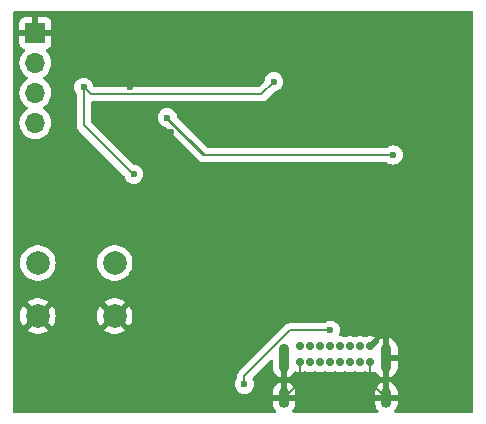
<source format=gbr>
%TF.GenerationSoftware,KiCad,Pcbnew,8.0.5*%
%TF.CreationDate,2025-10-28T17:55:05-05:00*%
%TF.ProjectId,Microcontroller,4d696372-6f63-46f6-9e74-726f6c6c6572,rev?*%
%TF.SameCoordinates,Original*%
%TF.FileFunction,Copper,L2,Bot*%
%TF.FilePolarity,Positive*%
%FSLAX46Y46*%
G04 Gerber Fmt 4.6, Leading zero omitted, Abs format (unit mm)*
G04 Created by KiCad (PCBNEW 8.0.5) date 2025-10-28 17:55:05*
%MOMM*%
%LPD*%
G01*
G04 APERTURE LIST*
%TA.AperFunction,ComponentPad*%
%ADD10C,2.000000*%
%TD*%
%TA.AperFunction,ComponentPad*%
%ADD11C,0.700000*%
%TD*%
%TA.AperFunction,ComponentPad*%
%ADD12O,0.900000X2.400000*%
%TD*%
%TA.AperFunction,ComponentPad*%
%ADD13O,0.900000X1.700000*%
%TD*%
%TA.AperFunction,ComponentPad*%
%ADD14R,1.700000X1.700000*%
%TD*%
%TA.AperFunction,ComponentPad*%
%ADD15O,1.700000X1.700000*%
%TD*%
%TA.AperFunction,ViaPad*%
%ADD16C,0.600000*%
%TD*%
%TA.AperFunction,Conductor*%
%ADD17C,0.200000*%
%TD*%
G04 APERTURE END LIST*
D10*
%TO.P,SW1,1,A*%
%TO.N,NRST*%
X81130000Y-126810000D03*
X87630000Y-126810000D03*
%TO.P,SW1,2,B*%
%TO.N,GND*%
X81130000Y-131310000D03*
X87630000Y-131310000D03*
%TD*%
D11*
%TO.P,USBC1,A1,GND*%
%TO.N,GND*%
X103330000Y-133870000D03*
%TO.P,USBC1,A4,VBUS*%
%TO.N,+5V*%
X104180000Y-133870000D03*
%TO.P,USBC1,A5,CC1*%
%TO.N,Net-(USBC1-CC1)*%
X105030000Y-133870000D03*
%TO.P,USBC1,A6,D+*%
%TO.N,unconnected-(USBC1-D+-PadA6)*%
X105880000Y-133870000D03*
%TO.P,USBC1,A7,D-*%
%TO.N,unconnected-(USBC1-D--PadA7)*%
X106730000Y-133870000D03*
%TO.P,USBC1,A8*%
%TO.N,N/C*%
X107580000Y-133870000D03*
%TO.P,USBC1,A9,VBUS*%
%TO.N,+5V*%
X108430000Y-133870000D03*
%TO.P,USBC1,A12,GND*%
%TO.N,GND*%
X109280000Y-133870000D03*
%TO.P,USBC1,B1,GND*%
X109280000Y-135220000D03*
%TO.P,USBC1,B4,VBUS*%
%TO.N,+5V*%
X108430000Y-135220000D03*
%TO.P,USBC1,B5,CC2*%
%TO.N,Net-(USBC1-CC2)*%
X107580000Y-135220000D03*
%TO.P,USBC1,B6,D+*%
%TO.N,unconnected-(USBC1-D+-PadB6)*%
X106730000Y-135220000D03*
%TO.P,USBC1,B7,D-*%
%TO.N,unconnected-(USBC1-D--PadB7)*%
X105880000Y-135220000D03*
%TO.P,USBC1,B8*%
%TO.N,N/C*%
X105030000Y-135220000D03*
%TO.P,USBC1,B9,VBUS*%
%TO.N,+5V*%
X104180000Y-135220000D03*
%TO.P,USBC1,B12,GND*%
%TO.N,GND*%
X103330000Y-135220000D03*
D12*
%TO.P,USBC1,S1,SHIELD*%
X101980000Y-134850000D03*
D13*
X101980000Y-138230000D03*
D12*
X110630000Y-134850000D03*
D13*
X110630000Y-138230000D03*
%TD*%
D14*
%TO.P,ST-Link1,1,Pin_1*%
%TO.N,GND*%
X80920000Y-107340000D03*
D15*
%TO.P,ST-Link1,2,Pin_2*%
%TO.N,DIO*%
X80920000Y-109880000D03*
%TO.P,ST-Link1,3,Pin_3*%
%TO.N,CLK*%
X80920000Y-112420000D03*
%TO.P,ST-Link1,4,Pin_4*%
%TO.N,3V3*%
X80920000Y-114960000D03*
%TD*%
D16*
%TO.N,Net-(USBC1-CC1)*%
X98617574Y-137091852D03*
X105900000Y-132510000D03*
%TO.N,GND*%
X96710000Y-134120000D03*
X96710000Y-137070000D03*
%TO.N,3V3*%
X101100000Y-111480000D03*
X89250000Y-119310000D03*
%TO.N,GND*%
X91240000Y-119360000D03*
X105720000Y-114110000D03*
X112920000Y-126600000D03*
X96820000Y-115007500D03*
X92080000Y-116970000D03*
X93520000Y-110660000D03*
X109310000Y-119530000D03*
X105610000Y-111370000D03*
X112920000Y-113170000D03*
X88965000Y-111940000D03*
X97590000Y-119510000D03*
X101400000Y-120720000D03*
X91267500Y-122810000D03*
X102490000Y-130110000D03*
X96962500Y-126470000D03*
X102490000Y-123810000D03*
X109320000Y-107300000D03*
X87830000Y-136980000D03*
X101380000Y-112810000D03*
X92360000Y-115750000D03*
%TO.N,TIM4_CH1*%
X111220000Y-117680000D03*
X92090000Y-114510000D03*
%TO.N,3V3*%
X85010000Y-111940000D03*
%TD*%
D17*
%TO.N,Net-(USBC1-CC1)*%
X98610000Y-136409340D02*
X98610000Y-137210000D01*
X102509340Y-132510000D02*
X98610000Y-136409340D01*
X105900000Y-132510000D02*
X102509340Y-132510000D01*
%TO.N,3V3*%
X85610000Y-112540000D02*
X85010000Y-111940000D01*
X100040000Y-112540000D02*
X85610000Y-112540000D01*
X101100000Y-111480000D02*
X100040000Y-112540000D01*
X89250000Y-119390000D02*
X89190000Y-119330000D01*
X89250000Y-119310000D02*
X89250000Y-119390000D01*
X89170000Y-119310000D02*
X89250000Y-119310000D01*
X85010000Y-115150000D02*
X89170000Y-119310000D01*
X85010000Y-111940000D02*
X85010000Y-115150000D01*
%TO.N,GND*%
X109280000Y-135220000D02*
X109280000Y-136880000D01*
X103330000Y-136880000D02*
X101980000Y-138230000D01*
X109280000Y-136880000D02*
X110630000Y-138230000D01*
X103330000Y-135220000D02*
X103330000Y-136880000D01*
%TO.N,TIM4_CH1*%
X92090000Y-114631471D02*
X92090000Y-114510000D01*
X95138529Y-117680000D02*
X92090000Y-114631471D01*
X111220000Y-117680000D02*
X95138529Y-117680000D01*
X92090000Y-114510000D02*
X95260000Y-117680000D01*
%TD*%
%TA.AperFunction,Conductor*%
%TO.N,GND*%
G36*
X117942539Y-105520185D02*
G01*
X117988294Y-105572989D01*
X117999500Y-105624500D01*
X117999500Y-139375500D01*
X117979815Y-139442539D01*
X117927011Y-139488294D01*
X117875500Y-139499500D01*
X111403366Y-139499500D01*
X111336327Y-139479815D01*
X111290572Y-139427011D01*
X111280628Y-139357853D01*
X111309653Y-139294297D01*
X111315685Y-139287819D01*
X111367910Y-139235593D01*
X111367913Y-139235589D01*
X111471875Y-139080000D01*
X111471880Y-139079991D01*
X111543491Y-138907105D01*
X111543493Y-138907097D01*
X111579999Y-138723571D01*
X111580000Y-138723569D01*
X111580000Y-138480000D01*
X110930000Y-138480000D01*
X110930000Y-137980000D01*
X111580000Y-137980000D01*
X111580000Y-137736430D01*
X111579999Y-137736428D01*
X111543493Y-137552902D01*
X111543491Y-137552894D01*
X111471880Y-137380008D01*
X111471875Y-137379999D01*
X111367913Y-137224410D01*
X111367910Y-137224406D01*
X111235593Y-137092089D01*
X111235589Y-137092086D01*
X111080000Y-136988124D01*
X111079991Y-136988119D01*
X110907103Y-136916507D01*
X110907100Y-136916506D01*
X110880000Y-136911115D01*
X110880000Y-137663011D01*
X110870060Y-137645795D01*
X110814205Y-137589940D01*
X110745796Y-137550444D01*
X110669496Y-137530000D01*
X110590504Y-137530000D01*
X110514204Y-137550444D01*
X110445795Y-137589940D01*
X110389940Y-137645795D01*
X110380000Y-137663011D01*
X110380000Y-136911116D01*
X110379999Y-136911115D01*
X110352899Y-136916506D01*
X110352896Y-136916507D01*
X110180008Y-136988119D01*
X110179999Y-136988124D01*
X110024410Y-137092086D01*
X110024406Y-137092089D01*
X109892089Y-137224406D01*
X109892086Y-137224410D01*
X109788124Y-137379999D01*
X109788119Y-137380008D01*
X109716508Y-137552894D01*
X109716506Y-137552902D01*
X109680000Y-137736428D01*
X109680000Y-137980000D01*
X110330000Y-137980000D01*
X110330000Y-138480000D01*
X109680000Y-138480000D01*
X109680000Y-138723571D01*
X109716506Y-138907097D01*
X109716508Y-138907105D01*
X109788119Y-139079991D01*
X109788124Y-139080000D01*
X109892086Y-139235589D01*
X109892089Y-139235593D01*
X109944315Y-139287819D01*
X109977800Y-139349142D01*
X109972816Y-139418834D01*
X109930944Y-139474767D01*
X109865480Y-139499184D01*
X109856634Y-139499500D01*
X102753366Y-139499500D01*
X102686327Y-139479815D01*
X102640572Y-139427011D01*
X102630628Y-139357853D01*
X102659653Y-139294297D01*
X102665685Y-139287819D01*
X102717910Y-139235593D01*
X102717913Y-139235589D01*
X102821875Y-139080000D01*
X102821880Y-139079991D01*
X102893491Y-138907105D01*
X102893493Y-138907097D01*
X102929999Y-138723571D01*
X102930000Y-138723569D01*
X102930000Y-138480000D01*
X102280000Y-138480000D01*
X102280000Y-137980000D01*
X102930000Y-137980000D01*
X102930000Y-137736430D01*
X102929999Y-137736428D01*
X102893493Y-137552902D01*
X102893491Y-137552894D01*
X102821880Y-137380008D01*
X102821875Y-137379999D01*
X102717913Y-137224410D01*
X102717910Y-137224406D01*
X102585593Y-137092089D01*
X102585589Y-137092086D01*
X102430000Y-136988124D01*
X102429991Y-136988119D01*
X102257103Y-136916507D01*
X102257100Y-136916506D01*
X102230000Y-136911115D01*
X102230000Y-137663011D01*
X102220060Y-137645795D01*
X102164205Y-137589940D01*
X102095796Y-137550444D01*
X102019496Y-137530000D01*
X101940504Y-137530000D01*
X101864204Y-137550444D01*
X101795795Y-137589940D01*
X101739940Y-137645795D01*
X101730000Y-137663011D01*
X101730000Y-136911116D01*
X101729999Y-136911115D01*
X101702899Y-136916506D01*
X101702896Y-136916507D01*
X101530008Y-136988119D01*
X101529999Y-136988124D01*
X101374410Y-137092086D01*
X101374406Y-137092089D01*
X101242089Y-137224406D01*
X101242086Y-137224410D01*
X101138124Y-137379999D01*
X101138119Y-137380008D01*
X101066508Y-137552894D01*
X101066506Y-137552902D01*
X101030000Y-137736428D01*
X101030000Y-137980000D01*
X101680000Y-137980000D01*
X101680000Y-138480000D01*
X101030000Y-138480000D01*
X101030000Y-138723571D01*
X101066506Y-138907097D01*
X101066508Y-138907105D01*
X101138119Y-139079991D01*
X101138124Y-139080000D01*
X101242086Y-139235589D01*
X101242089Y-139235593D01*
X101294315Y-139287819D01*
X101327800Y-139349142D01*
X101322816Y-139418834D01*
X101280944Y-139474767D01*
X101215480Y-139499184D01*
X101206634Y-139499500D01*
X79124500Y-139499500D01*
X79057461Y-139479815D01*
X79011706Y-139427011D01*
X79000500Y-139375500D01*
X79000500Y-137091848D01*
X97812009Y-137091848D01*
X97812009Y-137091855D01*
X97832204Y-137271101D01*
X97832205Y-137271106D01*
X97891785Y-137441375D01*
X97947472Y-137530000D01*
X97987758Y-137594114D01*
X98115312Y-137721668D01*
X98268052Y-137817641D01*
X98438319Y-137877220D01*
X98438324Y-137877221D01*
X98617570Y-137897417D01*
X98617574Y-137897417D01*
X98617578Y-137897417D01*
X98796823Y-137877221D01*
X98796826Y-137877220D01*
X98796829Y-137877220D01*
X98967096Y-137817641D01*
X99119836Y-137721668D01*
X99247390Y-137594114D01*
X99343363Y-137441374D01*
X99402942Y-137271107D01*
X99402943Y-137271101D01*
X99423139Y-137091855D01*
X99423139Y-137091848D01*
X99402943Y-136912602D01*
X99402942Y-136912597D01*
X99343362Y-136742328D01*
X99312192Y-136692721D01*
X99293192Y-136625484D01*
X99313560Y-136558649D01*
X99329500Y-136539073D01*
X100818320Y-135050253D01*
X100879642Y-135016770D01*
X100949334Y-135021754D01*
X101005267Y-135063626D01*
X101029684Y-135129090D01*
X101030000Y-135137936D01*
X101030000Y-135693571D01*
X101066506Y-135877097D01*
X101066508Y-135877105D01*
X101138119Y-136049991D01*
X101138124Y-136050000D01*
X101242086Y-136205589D01*
X101242089Y-136205593D01*
X101374406Y-136337910D01*
X101374410Y-136337913D01*
X101529999Y-136441875D01*
X101530012Y-136441882D01*
X101702889Y-136513489D01*
X101702896Y-136513491D01*
X101730000Y-136518882D01*
X101730000Y-135766988D01*
X101739940Y-135784205D01*
X101795795Y-135840060D01*
X101864204Y-135879556D01*
X101940504Y-135900000D01*
X102019496Y-135900000D01*
X102095796Y-135879556D01*
X102164205Y-135840060D01*
X102220060Y-135784205D01*
X102230000Y-135766988D01*
X102230000Y-136518881D01*
X102257103Y-136513491D01*
X102257110Y-136513489D01*
X102429987Y-136441882D01*
X102430000Y-136441875D01*
X102585589Y-136337913D01*
X102585593Y-136337910D01*
X102717910Y-136205593D01*
X102717913Y-136205589D01*
X102825264Y-136044929D01*
X102826269Y-136045600D01*
X102870741Y-136000311D01*
X102938875Y-135984839D01*
X102981593Y-135995319D01*
X103065889Y-136032851D01*
X103240661Y-136070000D01*
X103419339Y-136070000D01*
X103594110Y-136032851D01*
X103594111Y-136032851D01*
X103703946Y-135983948D01*
X103773196Y-135974662D01*
X103804818Y-135983947D01*
X103841573Y-136000311D01*
X103915733Y-136033329D01*
X104090609Y-136070500D01*
X104090610Y-136070500D01*
X104269389Y-136070500D01*
X104269391Y-136070500D01*
X104444267Y-136033329D01*
X104554565Y-135984220D01*
X104623814Y-135974937D01*
X104655432Y-135984219D01*
X104765733Y-136033329D01*
X104940609Y-136070500D01*
X104940610Y-136070500D01*
X105119389Y-136070500D01*
X105119391Y-136070500D01*
X105294267Y-136033329D01*
X105404565Y-135984220D01*
X105473814Y-135974937D01*
X105505432Y-135984219D01*
X105615733Y-136033329D01*
X105790609Y-136070500D01*
X105790610Y-136070500D01*
X105969389Y-136070500D01*
X105969391Y-136070500D01*
X106144267Y-136033329D01*
X106254565Y-135984220D01*
X106323814Y-135974937D01*
X106355432Y-135984219D01*
X106465733Y-136033329D01*
X106640609Y-136070500D01*
X106640610Y-136070500D01*
X106819389Y-136070500D01*
X106819391Y-136070500D01*
X106994267Y-136033329D01*
X107104565Y-135984220D01*
X107173814Y-135974937D01*
X107205432Y-135984219D01*
X107315733Y-136033329D01*
X107490609Y-136070500D01*
X107490610Y-136070500D01*
X107669389Y-136070500D01*
X107669391Y-136070500D01*
X107844267Y-136033329D01*
X107954565Y-135984220D01*
X108023814Y-135974937D01*
X108055432Y-135984219D01*
X108165733Y-136033329D01*
X108340609Y-136070500D01*
X108340610Y-136070500D01*
X108519389Y-136070500D01*
X108519391Y-136070500D01*
X108694267Y-136033329D01*
X108805179Y-135983947D01*
X108874428Y-135974663D01*
X108906050Y-135983947D01*
X109015891Y-136032851D01*
X109190661Y-136070000D01*
X109369339Y-136070000D01*
X109544110Y-136032851D01*
X109628406Y-135995319D01*
X109697656Y-135986033D01*
X109760933Y-136015661D01*
X109784307Y-136045217D01*
X109784737Y-136044930D01*
X109892083Y-136205585D01*
X109892089Y-136205593D01*
X110024406Y-136337910D01*
X110024410Y-136337913D01*
X110179999Y-136441875D01*
X110180012Y-136441882D01*
X110352889Y-136513489D01*
X110352896Y-136513491D01*
X110380000Y-136518882D01*
X110380000Y-135766988D01*
X110389940Y-135784205D01*
X110445795Y-135840060D01*
X110514204Y-135879556D01*
X110590504Y-135900000D01*
X110669496Y-135900000D01*
X110745796Y-135879556D01*
X110814205Y-135840060D01*
X110870060Y-135784205D01*
X110880000Y-135766988D01*
X110880000Y-136518881D01*
X110907103Y-136513491D01*
X110907110Y-136513489D01*
X111079987Y-136441882D01*
X111080000Y-136441875D01*
X111235589Y-136337913D01*
X111235593Y-136337910D01*
X111367910Y-136205593D01*
X111367913Y-136205589D01*
X111471875Y-136050000D01*
X111471880Y-136049991D01*
X111543491Y-135877105D01*
X111543493Y-135877097D01*
X111579999Y-135693571D01*
X111580000Y-135693569D01*
X111580000Y-135100000D01*
X110930000Y-135100000D01*
X110930000Y-134600000D01*
X111580000Y-134600000D01*
X111580000Y-134006430D01*
X111579999Y-134006428D01*
X111543493Y-133822902D01*
X111543491Y-133822894D01*
X111471880Y-133650008D01*
X111471875Y-133649999D01*
X111367913Y-133494410D01*
X111367910Y-133494406D01*
X111235593Y-133362089D01*
X111235589Y-133362086D01*
X111080000Y-133258124D01*
X111079991Y-133258119D01*
X110907103Y-133186507D01*
X110907100Y-133186506D01*
X110880000Y-133181115D01*
X110880000Y-133933011D01*
X110870060Y-133915795D01*
X110814205Y-133859940D01*
X110745796Y-133820444D01*
X110669496Y-133800000D01*
X110590504Y-133800000D01*
X110514204Y-133820444D01*
X110445795Y-133859940D01*
X110389940Y-133915795D01*
X110380000Y-133933011D01*
X110380000Y-133181116D01*
X110379999Y-133181115D01*
X110352899Y-133186506D01*
X110352896Y-133186507D01*
X110180003Y-133258121D01*
X110030746Y-133357851D01*
X110028651Y-133379126D01*
X110034027Y-133388972D01*
X110029043Y-133458664D01*
X110000542Y-133503011D01*
X109491873Y-134011679D01*
X109430550Y-134045164D01*
X109387222Y-134042065D01*
X109393291Y-134039552D01*
X109449552Y-133983291D01*
X109480000Y-133909782D01*
X109480000Y-133830218D01*
X109449552Y-133756709D01*
X109393291Y-133700448D01*
X109319782Y-133670000D01*
X109259285Y-133670000D01*
X109250188Y-133642006D01*
X109248192Y-133572167D01*
X109280438Y-133516007D01*
X109679165Y-133117280D01*
X109679165Y-133117279D01*
X109544115Y-133057150D01*
X109544110Y-133057148D01*
X109369339Y-133020000D01*
X109190661Y-133020000D01*
X109015890Y-133057148D01*
X109015887Y-133057149D01*
X108906048Y-133106052D01*
X108836798Y-133115336D01*
X108805179Y-133106052D01*
X108694265Y-133056670D01*
X108566594Y-133029533D01*
X108519391Y-133019500D01*
X108340609Y-133019500D01*
X108303439Y-133027400D01*
X108165734Y-133056670D01*
X108165729Y-133056672D01*
X108055434Y-133105778D01*
X107986184Y-133115062D01*
X107954566Y-133105778D01*
X107844270Y-133056672D01*
X107844265Y-133056670D01*
X107716594Y-133029533D01*
X107669391Y-133019500D01*
X107490609Y-133019500D01*
X107453439Y-133027400D01*
X107315734Y-133056670D01*
X107315729Y-133056672D01*
X107205434Y-133105778D01*
X107136184Y-133115062D01*
X107104566Y-133105778D01*
X106994270Y-133056672D01*
X106994265Y-133056670D01*
X106866594Y-133029533D01*
X106819391Y-133019500D01*
X106744573Y-133019500D01*
X106677534Y-132999815D01*
X106631779Y-132947011D01*
X106621835Y-132877853D01*
X106627531Y-132854546D01*
X106685367Y-132689257D01*
X106685368Y-132689255D01*
X106685468Y-132688369D01*
X106705565Y-132510003D01*
X106705565Y-132509996D01*
X106685369Y-132330750D01*
X106685368Y-132330745D01*
X106625789Y-132160478D01*
X106529816Y-132007738D01*
X106402262Y-131880184D01*
X106249523Y-131784211D01*
X106079254Y-131724631D01*
X106079249Y-131724630D01*
X105900004Y-131704435D01*
X105899996Y-131704435D01*
X105720750Y-131724630D01*
X105720745Y-131724631D01*
X105550476Y-131784211D01*
X105397736Y-131880185D01*
X105394903Y-131882445D01*
X105392724Y-131883334D01*
X105391842Y-131883889D01*
X105391744Y-131883734D01*
X105330217Y-131908855D01*
X105317588Y-131909500D01*
X102596010Y-131909500D01*
X102595994Y-131909499D01*
X102588398Y-131909499D01*
X102430283Y-131909499D01*
X102353919Y-131929961D01*
X102277554Y-131950423D01*
X102277549Y-131950426D01*
X102140630Y-132029475D01*
X102140622Y-132029481D01*
X98129481Y-136040622D01*
X98129479Y-136040625D01*
X98079361Y-136127434D01*
X98079359Y-136127436D01*
X98050425Y-136177549D01*
X98050424Y-136177550D01*
X98050423Y-136177555D01*
X98009499Y-136330283D01*
X98009499Y-136330285D01*
X98009499Y-136498386D01*
X98009500Y-136498399D01*
X98009500Y-136519264D01*
X97990494Y-136585236D01*
X97891785Y-136742328D01*
X97832205Y-136912597D01*
X97832204Y-136912602D01*
X97812009Y-137091848D01*
X79000500Y-137091848D01*
X79000500Y-131309994D01*
X79624859Y-131309994D01*
X79624859Y-131310005D01*
X79645385Y-131557729D01*
X79645387Y-131557738D01*
X79706412Y-131798717D01*
X79806266Y-132026364D01*
X79906564Y-132179882D01*
X80606212Y-131480234D01*
X80617482Y-131522292D01*
X80689890Y-131647708D01*
X80792292Y-131750110D01*
X80917708Y-131822518D01*
X80959765Y-131833787D01*
X80259942Y-132533609D01*
X80306768Y-132570055D01*
X80306770Y-132570056D01*
X80525385Y-132688364D01*
X80525396Y-132688369D01*
X80760506Y-132769083D01*
X81005707Y-132810000D01*
X81254293Y-132810000D01*
X81499493Y-132769083D01*
X81734603Y-132688369D01*
X81734614Y-132688364D01*
X81953228Y-132570057D01*
X81953231Y-132570055D01*
X82000056Y-132533609D01*
X81300234Y-131833787D01*
X81342292Y-131822518D01*
X81467708Y-131750110D01*
X81570110Y-131647708D01*
X81642518Y-131522292D01*
X81653787Y-131480235D01*
X82353434Y-132179882D01*
X82453731Y-132026369D01*
X82553587Y-131798717D01*
X82614612Y-131557738D01*
X82614614Y-131557729D01*
X82635141Y-131310005D01*
X82635141Y-131309994D01*
X86124859Y-131309994D01*
X86124859Y-131310005D01*
X86145385Y-131557729D01*
X86145387Y-131557738D01*
X86206412Y-131798717D01*
X86306266Y-132026364D01*
X86406564Y-132179882D01*
X87106212Y-131480234D01*
X87117482Y-131522292D01*
X87189890Y-131647708D01*
X87292292Y-131750110D01*
X87417708Y-131822518D01*
X87459765Y-131833787D01*
X86759942Y-132533609D01*
X86806768Y-132570055D01*
X86806770Y-132570056D01*
X87025385Y-132688364D01*
X87025396Y-132688369D01*
X87260506Y-132769083D01*
X87505707Y-132810000D01*
X87754293Y-132810000D01*
X87999493Y-132769083D01*
X88234603Y-132688369D01*
X88234614Y-132688364D01*
X88453228Y-132570057D01*
X88453231Y-132570055D01*
X88500056Y-132533609D01*
X87800234Y-131833787D01*
X87842292Y-131822518D01*
X87967708Y-131750110D01*
X88070110Y-131647708D01*
X88142518Y-131522292D01*
X88153787Y-131480235D01*
X88853434Y-132179882D01*
X88953731Y-132026369D01*
X89053587Y-131798717D01*
X89114612Y-131557738D01*
X89114614Y-131557729D01*
X89135141Y-131310005D01*
X89135141Y-131309994D01*
X89114614Y-131062270D01*
X89114612Y-131062261D01*
X89053587Y-130821282D01*
X88953731Y-130593630D01*
X88853434Y-130440116D01*
X88153787Y-131139764D01*
X88142518Y-131097708D01*
X88070110Y-130972292D01*
X87967708Y-130869890D01*
X87842292Y-130797482D01*
X87800235Y-130786212D01*
X88500057Y-130086390D01*
X88500056Y-130086389D01*
X88453229Y-130049943D01*
X88234614Y-129931635D01*
X88234603Y-129931630D01*
X87999493Y-129850916D01*
X87754293Y-129810000D01*
X87505707Y-129810000D01*
X87260506Y-129850916D01*
X87025396Y-129931630D01*
X87025390Y-129931632D01*
X86806761Y-130049949D01*
X86759942Y-130086388D01*
X86759942Y-130086390D01*
X87459765Y-130786212D01*
X87417708Y-130797482D01*
X87292292Y-130869890D01*
X87189890Y-130972292D01*
X87117482Y-131097708D01*
X87106212Y-131139764D01*
X86406564Y-130440116D01*
X86306267Y-130593632D01*
X86206412Y-130821282D01*
X86145387Y-131062261D01*
X86145385Y-131062270D01*
X86124859Y-131309994D01*
X82635141Y-131309994D01*
X82614614Y-131062270D01*
X82614612Y-131062261D01*
X82553587Y-130821282D01*
X82453731Y-130593630D01*
X82353434Y-130440116D01*
X81653787Y-131139764D01*
X81642518Y-131097708D01*
X81570110Y-130972292D01*
X81467708Y-130869890D01*
X81342292Y-130797482D01*
X81300235Y-130786212D01*
X82000057Y-130086390D01*
X82000056Y-130086389D01*
X81953229Y-130049943D01*
X81734614Y-129931635D01*
X81734603Y-129931630D01*
X81499493Y-129850916D01*
X81254293Y-129810000D01*
X81005707Y-129810000D01*
X80760506Y-129850916D01*
X80525396Y-129931630D01*
X80525390Y-129931632D01*
X80306761Y-130049949D01*
X80259942Y-130086388D01*
X80259942Y-130086390D01*
X80959765Y-130786212D01*
X80917708Y-130797482D01*
X80792292Y-130869890D01*
X80689890Y-130972292D01*
X80617482Y-131097708D01*
X80606212Y-131139764D01*
X79906564Y-130440116D01*
X79806267Y-130593632D01*
X79706412Y-130821282D01*
X79645387Y-131062261D01*
X79645385Y-131062270D01*
X79624859Y-131309994D01*
X79000500Y-131309994D01*
X79000500Y-126809994D01*
X79624357Y-126809994D01*
X79624357Y-126810005D01*
X79644890Y-127057812D01*
X79644892Y-127057824D01*
X79705936Y-127298881D01*
X79805826Y-127526606D01*
X79941833Y-127734782D01*
X79941836Y-127734785D01*
X80110256Y-127917738D01*
X80306491Y-128070474D01*
X80525190Y-128188828D01*
X80760386Y-128269571D01*
X81005665Y-128310500D01*
X81254335Y-128310500D01*
X81499614Y-128269571D01*
X81734810Y-128188828D01*
X81953509Y-128070474D01*
X82149744Y-127917738D01*
X82318164Y-127734785D01*
X82454173Y-127526607D01*
X82554063Y-127298881D01*
X82615108Y-127057821D01*
X82635643Y-126810000D01*
X82635643Y-126809994D01*
X86124357Y-126809994D01*
X86124357Y-126810005D01*
X86144890Y-127057812D01*
X86144892Y-127057824D01*
X86205936Y-127298881D01*
X86305826Y-127526606D01*
X86441833Y-127734782D01*
X86441836Y-127734785D01*
X86610256Y-127917738D01*
X86806491Y-128070474D01*
X87025190Y-128188828D01*
X87260386Y-128269571D01*
X87505665Y-128310500D01*
X87754335Y-128310500D01*
X87999614Y-128269571D01*
X88234810Y-128188828D01*
X88453509Y-128070474D01*
X88649744Y-127917738D01*
X88818164Y-127734785D01*
X88954173Y-127526607D01*
X89054063Y-127298881D01*
X89115108Y-127057821D01*
X89135643Y-126810000D01*
X89115108Y-126562179D01*
X89054063Y-126321119D01*
X88954173Y-126093393D01*
X88818166Y-125885217D01*
X88796557Y-125861744D01*
X88649744Y-125702262D01*
X88453509Y-125549526D01*
X88453507Y-125549525D01*
X88453506Y-125549524D01*
X88234811Y-125431172D01*
X88234802Y-125431169D01*
X87999616Y-125350429D01*
X87754335Y-125309500D01*
X87505665Y-125309500D01*
X87260383Y-125350429D01*
X87025197Y-125431169D01*
X87025188Y-125431172D01*
X86806493Y-125549524D01*
X86610257Y-125702261D01*
X86441833Y-125885217D01*
X86305826Y-126093393D01*
X86205936Y-126321118D01*
X86144892Y-126562175D01*
X86144890Y-126562187D01*
X86124357Y-126809994D01*
X82635643Y-126809994D01*
X82615108Y-126562179D01*
X82554063Y-126321119D01*
X82454173Y-126093393D01*
X82318166Y-125885217D01*
X82296557Y-125861744D01*
X82149744Y-125702262D01*
X81953509Y-125549526D01*
X81953507Y-125549525D01*
X81953506Y-125549524D01*
X81734811Y-125431172D01*
X81734802Y-125431169D01*
X81499616Y-125350429D01*
X81254335Y-125309500D01*
X81005665Y-125309500D01*
X80760383Y-125350429D01*
X80525197Y-125431169D01*
X80525188Y-125431172D01*
X80306493Y-125549524D01*
X80110257Y-125702261D01*
X79941833Y-125885217D01*
X79805826Y-126093393D01*
X79705936Y-126321118D01*
X79644892Y-126562175D01*
X79644890Y-126562187D01*
X79624357Y-126809994D01*
X79000500Y-126809994D01*
X79000500Y-109879999D01*
X79564341Y-109879999D01*
X79564341Y-109880000D01*
X79584936Y-110115403D01*
X79584938Y-110115413D01*
X79646094Y-110343655D01*
X79646096Y-110343659D01*
X79646097Y-110343663D01*
X79745965Y-110557830D01*
X79745967Y-110557834D01*
X79881501Y-110751395D01*
X79881506Y-110751402D01*
X80048597Y-110918493D01*
X80048603Y-110918498D01*
X80234158Y-111048425D01*
X80277783Y-111103002D01*
X80284977Y-111172500D01*
X80253454Y-111234855D01*
X80234158Y-111251575D01*
X80048597Y-111381505D01*
X79881505Y-111548597D01*
X79745965Y-111742169D01*
X79745964Y-111742171D01*
X79646098Y-111956335D01*
X79646094Y-111956344D01*
X79584938Y-112184586D01*
X79584936Y-112184596D01*
X79564341Y-112419999D01*
X79564341Y-112420000D01*
X79584936Y-112655403D01*
X79584938Y-112655413D01*
X79646094Y-112883655D01*
X79646096Y-112883659D01*
X79646097Y-112883663D01*
X79709914Y-113020519D01*
X79745965Y-113097830D01*
X79745967Y-113097834D01*
X79881501Y-113291395D01*
X79881506Y-113291402D01*
X80048597Y-113458493D01*
X80048603Y-113458498D01*
X80234158Y-113588425D01*
X80277783Y-113643002D01*
X80284977Y-113712500D01*
X80253454Y-113774855D01*
X80234158Y-113791575D01*
X80048597Y-113921505D01*
X79881505Y-114088597D01*
X79745965Y-114282169D01*
X79745964Y-114282171D01*
X79646098Y-114496335D01*
X79646094Y-114496344D01*
X79584938Y-114724586D01*
X79584936Y-114724596D01*
X79564341Y-114959999D01*
X79564341Y-114960000D01*
X79584936Y-115195403D01*
X79584938Y-115195413D01*
X79646094Y-115423655D01*
X79646097Y-115423663D01*
X79745965Y-115637830D01*
X79745967Y-115637834D01*
X79854281Y-115792521D01*
X79881505Y-115831401D01*
X80048599Y-115998495D01*
X80145384Y-116066265D01*
X80242165Y-116134032D01*
X80242167Y-116134033D01*
X80242170Y-116134035D01*
X80456337Y-116233903D01*
X80684592Y-116295063D01*
X80872918Y-116311539D01*
X80919999Y-116315659D01*
X80920000Y-116315659D01*
X80920001Y-116315659D01*
X80959234Y-116312226D01*
X81155408Y-116295063D01*
X81383663Y-116233903D01*
X81597830Y-116134035D01*
X81791401Y-115998495D01*
X81958495Y-115831401D01*
X82094035Y-115637830D01*
X82193903Y-115423663D01*
X82255063Y-115195408D01*
X82275659Y-114960000D01*
X82255063Y-114724592D01*
X82193903Y-114496337D01*
X82094035Y-114282171D01*
X81958495Y-114088599D01*
X81958494Y-114088597D01*
X81791402Y-113921506D01*
X81791396Y-113921501D01*
X81605842Y-113791575D01*
X81562217Y-113736998D01*
X81555023Y-113667500D01*
X81586546Y-113605145D01*
X81605842Y-113588425D01*
X81628026Y-113572891D01*
X81791401Y-113458495D01*
X81958495Y-113291401D01*
X82094035Y-113097830D01*
X82193903Y-112883663D01*
X82255063Y-112655408D01*
X82275659Y-112420000D01*
X82255063Y-112184592D01*
X82208626Y-112011285D01*
X82193905Y-111956344D01*
X82193904Y-111956343D01*
X82193903Y-111956337D01*
X82186283Y-111939996D01*
X84204435Y-111939996D01*
X84204435Y-111940003D01*
X84224630Y-112119249D01*
X84224631Y-112119254D01*
X84284211Y-112289523D01*
X84380185Y-112442263D01*
X84382445Y-112445097D01*
X84383334Y-112447275D01*
X84383889Y-112448158D01*
X84383734Y-112448255D01*
X84408855Y-112509783D01*
X84409500Y-112522412D01*
X84409500Y-115063330D01*
X84409499Y-115063348D01*
X84409499Y-115229054D01*
X84409498Y-115229054D01*
X84411303Y-115235789D01*
X84450423Y-115381785D01*
X84474597Y-115423655D01*
X84474600Y-115423659D01*
X84474601Y-115423663D01*
X84474602Y-115423663D01*
X84529479Y-115518714D01*
X84529481Y-115518717D01*
X84648349Y-115637585D01*
X84648355Y-115637590D01*
X88429457Y-119418692D01*
X88462942Y-119480015D01*
X88464029Y-119486613D01*
X88464631Y-119489252D01*
X88524210Y-119659521D01*
X88620184Y-119812262D01*
X88747738Y-119939816D01*
X88900478Y-120035789D01*
X89070745Y-120095368D01*
X89070750Y-120095369D01*
X89249996Y-120115565D01*
X89250000Y-120115565D01*
X89250004Y-120115565D01*
X89429249Y-120095369D01*
X89429252Y-120095368D01*
X89429255Y-120095368D01*
X89599522Y-120035789D01*
X89752262Y-119939816D01*
X89879816Y-119812262D01*
X89975789Y-119659522D01*
X90035368Y-119489255D01*
X90039862Y-119449373D01*
X90055565Y-119310003D01*
X90055565Y-119309996D01*
X90035369Y-119130750D01*
X90035368Y-119130745D01*
X89975788Y-118960476D01*
X89879815Y-118807737D01*
X89752262Y-118680184D01*
X89599523Y-118584211D01*
X89429254Y-118524631D01*
X89429250Y-118524630D01*
X89252172Y-118504679D01*
X89187758Y-118477613D01*
X89178375Y-118469140D01*
X85646819Y-114937584D01*
X85613334Y-114876261D01*
X85610500Y-114849903D01*
X85610500Y-114509996D01*
X91284435Y-114509996D01*
X91284435Y-114510003D01*
X91304630Y-114689249D01*
X91304631Y-114689254D01*
X91364211Y-114859523D01*
X91460184Y-115012262D01*
X91587738Y-115139816D01*
X91740478Y-115235789D01*
X91874674Y-115282746D01*
X91921400Y-115312106D01*
X94653668Y-118044374D01*
X94653678Y-118044385D01*
X94658008Y-118048715D01*
X94658009Y-118048716D01*
X94769813Y-118160520D01*
X94856624Y-118210639D01*
X94856626Y-118210641D01*
X94894680Y-118232611D01*
X94906744Y-118239577D01*
X95059472Y-118280500D01*
X95173331Y-118280500D01*
X95173347Y-118280501D01*
X95180943Y-118280501D01*
X95346653Y-118280501D01*
X95346669Y-118280500D01*
X110637588Y-118280500D01*
X110704627Y-118300185D01*
X110714903Y-118307555D01*
X110717736Y-118309814D01*
X110717738Y-118309816D01*
X110870478Y-118405789D01*
X111040745Y-118465368D01*
X111040750Y-118465369D01*
X111219996Y-118485565D01*
X111220000Y-118485565D01*
X111220004Y-118485565D01*
X111399249Y-118465369D01*
X111399252Y-118465368D01*
X111399255Y-118465368D01*
X111569522Y-118405789D01*
X111722262Y-118309816D01*
X111849816Y-118182262D01*
X111945789Y-118029522D01*
X112005368Y-117859255D01*
X112025565Y-117680000D01*
X112005368Y-117500745D01*
X111945789Y-117330478D01*
X111849816Y-117177738D01*
X111722262Y-117050184D01*
X111711117Y-117043181D01*
X111569523Y-116954211D01*
X111399254Y-116894631D01*
X111399249Y-116894630D01*
X111220004Y-116874435D01*
X111219996Y-116874435D01*
X111040750Y-116894630D01*
X111040745Y-116894631D01*
X110870476Y-116954211D01*
X110717736Y-117050185D01*
X110714903Y-117052445D01*
X110712724Y-117053334D01*
X110711842Y-117053889D01*
X110711744Y-117053734D01*
X110650217Y-117078855D01*
X110637588Y-117079500D01*
X95560097Y-117079500D01*
X95493058Y-117059815D01*
X95472416Y-117043181D01*
X92920700Y-114491465D01*
X92887215Y-114430142D01*
X92885163Y-114417686D01*
X92875368Y-114330745D01*
X92815789Y-114160478D01*
X92719816Y-114007738D01*
X92592262Y-113880184D01*
X92439523Y-113784211D01*
X92269254Y-113724631D01*
X92269249Y-113724630D01*
X92090004Y-113704435D01*
X92089996Y-113704435D01*
X91910750Y-113724630D01*
X91910745Y-113724631D01*
X91740476Y-113784211D01*
X91587737Y-113880184D01*
X91460184Y-114007737D01*
X91364211Y-114160476D01*
X91304631Y-114330745D01*
X91304630Y-114330750D01*
X91284435Y-114509996D01*
X85610500Y-114509996D01*
X85610500Y-113264500D01*
X85630185Y-113197461D01*
X85682989Y-113151706D01*
X85734500Y-113140500D01*
X99953331Y-113140500D01*
X99953347Y-113140501D01*
X99960943Y-113140501D01*
X100119054Y-113140501D01*
X100119057Y-113140501D01*
X100271785Y-113099577D01*
X100321904Y-113070639D01*
X100408716Y-113020520D01*
X100520520Y-112908716D01*
X100520520Y-112908714D01*
X100530728Y-112898507D01*
X100530730Y-112898504D01*
X101118535Y-112310698D01*
X101179856Y-112277215D01*
X101192311Y-112275163D01*
X101279255Y-112265368D01*
X101449522Y-112205789D01*
X101602262Y-112109816D01*
X101729816Y-111982262D01*
X101825789Y-111829522D01*
X101885368Y-111659255D01*
X101885369Y-111659249D01*
X101905565Y-111480003D01*
X101905565Y-111479996D01*
X101885369Y-111300750D01*
X101885368Y-111300745D01*
X101834241Y-111154632D01*
X101825789Y-111130478D01*
X101729816Y-110977738D01*
X101602262Y-110850184D01*
X101449523Y-110754211D01*
X101279254Y-110694631D01*
X101279249Y-110694630D01*
X101100004Y-110674435D01*
X101099996Y-110674435D01*
X100920750Y-110694630D01*
X100920745Y-110694631D01*
X100750476Y-110754211D01*
X100597737Y-110850184D01*
X100470184Y-110977737D01*
X100374210Y-111130478D01*
X100314630Y-111300750D01*
X100304837Y-111387668D01*
X100277770Y-111452082D01*
X100269298Y-111461465D01*
X99827584Y-111903181D01*
X99766261Y-111936666D01*
X99739903Y-111939500D01*
X85926321Y-111939500D01*
X85859282Y-111919815D01*
X85813527Y-111867011D01*
X85803101Y-111829386D01*
X85795368Y-111760745D01*
X85735789Y-111590478D01*
X85639816Y-111437738D01*
X85512262Y-111310184D01*
X85497240Y-111300745D01*
X85359523Y-111214211D01*
X85189254Y-111154631D01*
X85189249Y-111154630D01*
X85010004Y-111134435D01*
X85009996Y-111134435D01*
X84830750Y-111154630D01*
X84830745Y-111154631D01*
X84660476Y-111214211D01*
X84507737Y-111310184D01*
X84380184Y-111437737D01*
X84284211Y-111590476D01*
X84224631Y-111760745D01*
X84224630Y-111760750D01*
X84204435Y-111939996D01*
X82186283Y-111939996D01*
X82094035Y-111742171D01*
X82035977Y-111659254D01*
X81958494Y-111548597D01*
X81791402Y-111381506D01*
X81791396Y-111381501D01*
X81605842Y-111251575D01*
X81562217Y-111196998D01*
X81555023Y-111127500D01*
X81586546Y-111065145D01*
X81605842Y-111048425D01*
X81706793Y-110977738D01*
X81791401Y-110918495D01*
X81958495Y-110751401D01*
X82094035Y-110557830D01*
X82193903Y-110343663D01*
X82255063Y-110115408D01*
X82275659Y-109880000D01*
X82255063Y-109644592D01*
X82193903Y-109416337D01*
X82094035Y-109202171D01*
X81958495Y-109008599D01*
X81836179Y-108886283D01*
X81802696Y-108824963D01*
X81807680Y-108755271D01*
X81849551Y-108699337D01*
X81880529Y-108682422D01*
X82012086Y-108633354D01*
X82012093Y-108633350D01*
X82127187Y-108547190D01*
X82127190Y-108547187D01*
X82213350Y-108432093D01*
X82213354Y-108432086D01*
X82263596Y-108297379D01*
X82263598Y-108297372D01*
X82269999Y-108237844D01*
X82270000Y-108237827D01*
X82270000Y-107590000D01*
X81353012Y-107590000D01*
X81385925Y-107532993D01*
X81420000Y-107405826D01*
X81420000Y-107274174D01*
X81385925Y-107147007D01*
X81353012Y-107090000D01*
X82270000Y-107090000D01*
X82270000Y-106442172D01*
X82269999Y-106442155D01*
X82263598Y-106382627D01*
X82263596Y-106382620D01*
X82213354Y-106247913D01*
X82213350Y-106247906D01*
X82127190Y-106132812D01*
X82127187Y-106132809D01*
X82012093Y-106046649D01*
X82012086Y-106046645D01*
X81877379Y-105996403D01*
X81877372Y-105996401D01*
X81817844Y-105990000D01*
X81170000Y-105990000D01*
X81170000Y-106906988D01*
X81112993Y-106874075D01*
X80985826Y-106840000D01*
X80854174Y-106840000D01*
X80727007Y-106874075D01*
X80670000Y-106906988D01*
X80670000Y-105990000D01*
X80022155Y-105990000D01*
X79962627Y-105996401D01*
X79962620Y-105996403D01*
X79827913Y-106046645D01*
X79827906Y-106046649D01*
X79712812Y-106132809D01*
X79712809Y-106132812D01*
X79626649Y-106247906D01*
X79626645Y-106247913D01*
X79576403Y-106382620D01*
X79576401Y-106382627D01*
X79570000Y-106442155D01*
X79570000Y-107090000D01*
X80486988Y-107090000D01*
X80454075Y-107147007D01*
X80420000Y-107274174D01*
X80420000Y-107405826D01*
X80454075Y-107532993D01*
X80486988Y-107590000D01*
X79570000Y-107590000D01*
X79570000Y-108237844D01*
X79576401Y-108297372D01*
X79576403Y-108297379D01*
X79626645Y-108432086D01*
X79626649Y-108432093D01*
X79712809Y-108547187D01*
X79712812Y-108547190D01*
X79827906Y-108633350D01*
X79827913Y-108633354D01*
X79959470Y-108682421D01*
X80015403Y-108724292D01*
X80039821Y-108789756D01*
X80024970Y-108858029D01*
X80003819Y-108886284D01*
X79881503Y-109008600D01*
X79745965Y-109202169D01*
X79745964Y-109202171D01*
X79646098Y-109416335D01*
X79646094Y-109416344D01*
X79584938Y-109644586D01*
X79584936Y-109644596D01*
X79564341Y-109879999D01*
X79000500Y-109879999D01*
X79000500Y-105624500D01*
X79020185Y-105557461D01*
X79072989Y-105511706D01*
X79124500Y-105500500D01*
X117875500Y-105500500D01*
X117942539Y-105520185D01*
G37*
%TD.AperFunction*%
%TD*%
M02*

</source>
